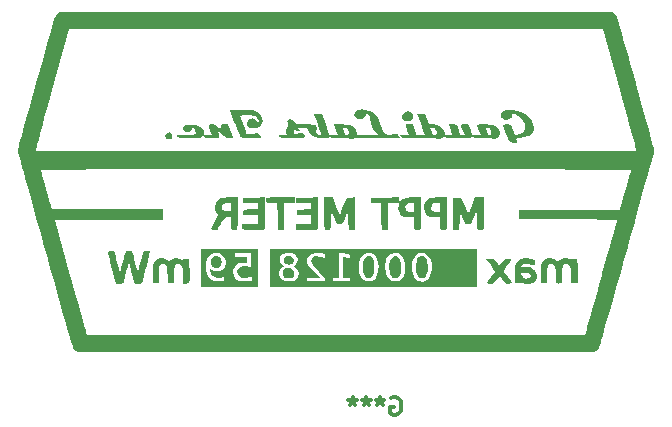
<source format=gbr>
%TF.GenerationSoftware,KiCad,Pcbnew,6.0.11-2627ca5db0~126~ubuntu22.04.1*%
%TF.CreationDate,2024-08-23T15:04:18+02:00*%
%TF.ProjectId,PowerMeTer,506f7765-724d-4655-9465-722e6b696361,rev?*%
%TF.SameCoordinates,Original*%
%TF.FileFunction,Legend,Bot*%
%TF.FilePolarity,Positive*%
%FSLAX46Y46*%
G04 Gerber Fmt 4.6, Leading zero omitted, Abs format (unit mm)*
G04 Created by KiCad (PCBNEW 6.0.11-2627ca5db0~126~ubuntu22.04.1) date 2024-08-23 15:04:18*
%MOMM*%
%LPD*%
G01*
G04 APERTURE LIST*
%ADD10C,0.300000*%
G04 APERTURE END LIST*
D10*
%TO.C,G\u002A\u002A\u002A*%
X104692571Y-70038000D02*
X104837714Y-69965428D01*
X105055428Y-69965428D01*
X105273142Y-70038000D01*
X105418285Y-70183142D01*
X105490857Y-70328285D01*
X105563428Y-70618571D01*
X105563428Y-70836285D01*
X105490857Y-71126571D01*
X105418285Y-71271714D01*
X105273142Y-71416857D01*
X105055428Y-71489428D01*
X104910285Y-71489428D01*
X104692571Y-71416857D01*
X104620000Y-71344285D01*
X104620000Y-70836285D01*
X104910285Y-70836285D01*
X103749142Y-69965428D02*
X103749142Y-70328285D01*
X104112000Y-70183142D02*
X103749142Y-70328285D01*
X103386285Y-70183142D01*
X103966857Y-70618571D02*
X103749142Y-70328285D01*
X103531428Y-70618571D01*
X102588000Y-69965428D02*
X102588000Y-70328285D01*
X102950857Y-70183142D02*
X102588000Y-70328285D01*
X102225142Y-70183142D01*
X102805714Y-70618571D02*
X102588000Y-70328285D01*
X102370285Y-70618571D01*
X101426857Y-69965428D02*
X101426857Y-70328285D01*
X101789714Y-70183142D02*
X101426857Y-70328285D01*
X101064000Y-70183142D01*
X101644571Y-70618571D02*
X101426857Y-70328285D01*
X101209142Y-70618571D01*
G36*
X102897117Y-58038120D02*
G01*
X103045462Y-58109477D01*
X103155221Y-58246988D01*
X103227750Y-58453628D01*
X103264407Y-58732373D01*
X103266548Y-59086200D01*
X103259562Y-59214004D01*
X103224180Y-59477370D01*
X103160498Y-59670074D01*
X103065297Y-59799774D01*
X102935359Y-59874129D01*
X102752121Y-59905546D01*
X102590242Y-59864308D01*
X102463131Y-59747135D01*
X102371512Y-59555078D01*
X102316110Y-59289184D01*
X102297649Y-58950505D01*
X102297852Y-58913972D01*
X102319712Y-58589667D01*
X102378264Y-58340406D01*
X102474405Y-58164481D01*
X102609033Y-58060180D01*
X102783046Y-58025793D01*
X102897117Y-58038120D01*
G37*
G36*
X91696389Y-54493391D02*
G01*
X91695359Y-54873992D01*
X91692597Y-55177989D01*
X91687834Y-55412347D01*
X91680802Y-55584032D01*
X91671232Y-55700009D01*
X91658857Y-55767243D01*
X91643406Y-55792701D01*
X91574348Y-55808027D01*
X91444228Y-55816602D01*
X91308774Y-55812355D01*
X91212233Y-55795046D01*
X91211881Y-55794909D01*
X91183472Y-55771291D01*
X91164241Y-55717513D01*
X91152543Y-55619922D01*
X91146730Y-55464868D01*
X91145159Y-55238697D01*
X91145159Y-54708087D01*
X90892324Y-54726376D01*
X90889879Y-54726554D01*
X90730055Y-54747139D01*
X90609179Y-54791124D01*
X90510114Y-54872528D01*
X90415723Y-55005369D01*
X90308869Y-55203667D01*
X90256096Y-55307857D01*
X90150071Y-55510084D01*
X90066762Y-55651056D01*
X89996632Y-55741692D01*
X89930147Y-55792912D01*
X89857770Y-55815636D01*
X89769965Y-55820784D01*
X89733063Y-55820484D01*
X89569286Y-55806601D01*
X89477579Y-55769705D01*
X89448999Y-55706613D01*
X89456878Y-55671230D01*
X89498653Y-55566064D01*
X89567921Y-55417624D01*
X89655072Y-55244306D01*
X89750498Y-55064508D01*
X89844590Y-54896626D01*
X89927738Y-54759056D01*
X89990335Y-54670197D01*
X90096020Y-54544596D01*
X90007755Y-54450643D01*
X89882583Y-54264814D01*
X89812588Y-54045842D01*
X89802394Y-53891402D01*
X90381887Y-53891402D01*
X90399732Y-54020453D01*
X90478230Y-54136522D01*
X90626209Y-54207340D01*
X90633249Y-54209262D01*
X90778545Y-54237687D01*
X90926570Y-54250174D01*
X91048844Y-54245781D01*
X91116890Y-54223567D01*
X91120051Y-54218326D01*
X91132816Y-54149518D01*
X91141777Y-54023572D01*
X91145159Y-53863133D01*
X91145159Y-53530968D01*
X90939466Y-53530968D01*
X90909317Y-53531206D01*
X90673736Y-53555946D01*
X90509451Y-53622838D01*
X90413241Y-53733963D01*
X90381887Y-53891402D01*
X89802394Y-53891402D01*
X89797316Y-53814459D01*
X89835735Y-53590784D01*
X89926813Y-53394935D01*
X90069516Y-53247032D01*
X90142384Y-53200146D01*
X90260243Y-53143520D01*
X90397396Y-53104570D01*
X90570170Y-53080372D01*
X90794889Y-53067998D01*
X91087881Y-53064524D01*
X91696411Y-53064524D01*
X91696411Y-54417919D01*
X91696389Y-54493391D01*
G37*
G36*
X94028631Y-54375208D02*
G01*
X94028614Y-54458901D01*
X94027927Y-54817147D01*
X94025922Y-55101386D01*
X94022167Y-55320573D01*
X94016230Y-55483663D01*
X94007677Y-55599610D01*
X93996075Y-55677370D01*
X93980993Y-55725899D01*
X93961996Y-55754150D01*
X93949936Y-55764421D01*
X93906669Y-55784994D01*
X93834597Y-55800024D01*
X93722522Y-55810313D01*
X93559246Y-55816667D01*
X93333572Y-55819889D01*
X93034300Y-55820784D01*
X92935323Y-55820772D01*
X92647623Y-55819650D01*
X92431804Y-55814403D01*
X92277860Y-55801821D01*
X92175786Y-55778692D01*
X92115574Y-55741805D01*
X92087219Y-55687950D01*
X92080716Y-55613915D01*
X92086057Y-55516489D01*
X92099249Y-55333138D01*
X92767112Y-55321461D01*
X93434975Y-55309783D01*
X93434975Y-54593335D01*
X92809516Y-54581601D01*
X92184057Y-54569866D01*
X92170865Y-54386515D01*
X92166413Y-54298025D01*
X92174646Y-54210341D01*
X92209565Y-54150302D01*
X92282792Y-54112688D01*
X92405948Y-54092283D01*
X92590655Y-54083866D01*
X92848535Y-54082220D01*
X93439022Y-54082220D01*
X93426398Y-53817195D01*
X93413773Y-53552170D01*
X92764935Y-53540453D01*
X92116096Y-53528736D01*
X92128875Y-53307231D01*
X92141653Y-53085726D01*
X93085142Y-53074314D01*
X94028631Y-53062901D01*
X94028631Y-54375208D01*
G37*
G36*
X113314972Y-58255295D02*
G01*
X113384276Y-58294867D01*
X113461784Y-58369203D01*
X113563284Y-58488071D01*
X113704567Y-58661236D01*
X113853458Y-58843346D01*
X114087745Y-58551180D01*
X114322032Y-58259015D01*
X114574334Y-58259015D01*
X114630238Y-58259437D01*
X114753070Y-58267562D01*
X114816843Y-58290079D01*
X114840742Y-58332264D01*
X114822114Y-58392184D01*
X114758259Y-58504388D01*
X114657845Y-58654244D01*
X114529675Y-58827734D01*
X114438256Y-58948931D01*
X114315687Y-59124878D01*
X114248146Y-59244719D01*
X114237296Y-59305737D01*
X114239467Y-59309245D01*
X114282739Y-59370327D01*
X114365552Y-59481857D01*
X114476932Y-59629190D01*
X114605903Y-59797677D01*
X114731036Y-59965782D01*
X114837962Y-60123241D01*
X114902368Y-60236676D01*
X114917890Y-60295924D01*
X114888076Y-60327529D01*
X114798582Y-60350894D01*
X114638849Y-60358013D01*
X114383633Y-60358013D01*
X114139271Y-60041867D01*
X114078204Y-59963980D01*
X113977723Y-59841126D01*
X113902502Y-59756091D01*
X113865423Y-59723837D01*
X113850241Y-59733507D01*
X113790492Y-59795634D01*
X113699861Y-59902705D01*
X113591132Y-60039983D01*
X113346327Y-60358013D01*
X113084503Y-60358013D01*
X112956636Y-60354151D01*
X112846055Y-60335168D01*
X112799732Y-60298213D01*
X112799373Y-60297100D01*
X112817578Y-60238679D01*
X112882054Y-60128121D01*
X112984912Y-59977770D01*
X113118262Y-59799966D01*
X113139971Y-59772042D01*
X113266894Y-59606608D01*
X113372901Y-59464876D01*
X113447450Y-59361134D01*
X113479997Y-59309673D01*
X113477860Y-59293805D01*
X113438383Y-59217461D01*
X113358437Y-59094117D01*
X113246702Y-58936771D01*
X113111859Y-58758421D01*
X112723464Y-58259015D01*
X113033560Y-58246171D01*
X113137819Y-58241380D01*
X113238082Y-58240722D01*
X113314972Y-58255295D01*
G37*
G36*
X105116827Y-58030898D02*
G01*
X105271797Y-58084206D01*
X105388187Y-58199121D01*
X105468377Y-58380162D01*
X105514746Y-58631843D01*
X105529674Y-58958681D01*
X105525061Y-59146285D01*
X105492357Y-59430197D01*
X105427190Y-59643151D01*
X105328280Y-59790433D01*
X105212354Y-59865033D01*
X105051731Y-59896784D01*
X104890923Y-59871988D01*
X104761615Y-59790636D01*
X104723123Y-59742935D01*
X104634018Y-59561825D01*
X104575174Y-59330005D01*
X104546828Y-59068661D01*
X104549219Y-58798980D01*
X104582584Y-58542146D01*
X104647162Y-58319346D01*
X104743192Y-58151767D01*
X104812434Y-58081133D01*
X104903958Y-58036740D01*
X105038168Y-58025793D01*
X105116827Y-58030898D01*
G37*
G36*
X82605479Y-57606311D02*
G01*
X82717771Y-57622826D01*
X82772280Y-57647252D01*
X82775418Y-57654071D01*
X82799158Y-57727262D01*
X82839302Y-57866208D01*
X82892264Y-58057986D01*
X82954458Y-58289670D01*
X83022298Y-58548337D01*
X83042351Y-58626086D01*
X83110797Y-58894988D01*
X83163715Y-59093893D01*
X83206056Y-59221386D01*
X83242771Y-59276051D01*
X83278811Y-59256473D01*
X83319125Y-59161237D01*
X83368664Y-58988927D01*
X83432378Y-58738130D01*
X83515219Y-58407429D01*
X83561233Y-58230582D01*
X83621026Y-58014355D01*
X83674420Y-57836048D01*
X83716916Y-57710501D01*
X83744016Y-57652556D01*
X83758734Y-57640672D01*
X83865239Y-57612169D01*
X84050990Y-57610152D01*
X84306483Y-57622955D01*
X83979456Y-58877334D01*
X83949157Y-58993569D01*
X83868043Y-59304923D01*
X83793831Y-59590042D01*
X83729421Y-59837761D01*
X83677717Y-60036914D01*
X83641618Y-60176336D01*
X83624029Y-60244863D01*
X83613783Y-60281639D01*
X83588942Y-60324747D01*
X83538184Y-60347537D01*
X83441880Y-60356471D01*
X83280401Y-60358013D01*
X82965172Y-60358013D01*
X82927544Y-60220200D01*
X82909367Y-60150679D01*
X82872946Y-60007307D01*
X82823888Y-59811865D01*
X82766268Y-59580589D01*
X82704157Y-59329716D01*
X82646111Y-59098924D01*
X82591375Y-58890005D01*
X82545723Y-58724798D01*
X82512730Y-58616222D01*
X82495969Y-58577192D01*
X82494420Y-58578433D01*
X82474452Y-58630620D01*
X82438165Y-58750594D01*
X82389043Y-58925979D01*
X82330570Y-59144396D01*
X82266228Y-59393469D01*
X82258098Y-59425418D01*
X82192730Y-59678205D01*
X82132494Y-59904353D01*
X82081223Y-60089946D01*
X82042751Y-60221069D01*
X82020913Y-60283806D01*
X82005321Y-60306768D01*
X81952132Y-60338145D01*
X81853372Y-60353773D01*
X81689567Y-60358013D01*
X81396224Y-60358013D01*
X81358183Y-60220200D01*
X81332824Y-60127891D01*
X81248694Y-59816038D01*
X81162879Y-59490354D01*
X81077994Y-59161479D01*
X80996658Y-58840055D01*
X80921486Y-58536724D01*
X80855094Y-58262127D01*
X80800100Y-58026906D01*
X80759119Y-57841702D01*
X80734768Y-57717157D01*
X80729663Y-57663911D01*
X80741742Y-57648263D01*
X80819228Y-57617237D01*
X80939032Y-57601850D01*
X81071256Y-57602627D01*
X81186003Y-57620089D01*
X81253378Y-57654758D01*
X81255363Y-57657831D01*
X81280576Y-57723940D01*
X81321746Y-57857077D01*
X81375011Y-58043770D01*
X81436514Y-58270545D01*
X81502393Y-58523931D01*
X81513888Y-58568912D01*
X81577801Y-58813547D01*
X81635446Y-59025371D01*
X81683287Y-59192006D01*
X81717794Y-59301078D01*
X81735431Y-59340208D01*
X81736417Y-59339744D01*
X81756134Y-59292649D01*
X81792298Y-59177118D01*
X81841314Y-59005684D01*
X81899585Y-58790881D01*
X81963515Y-58545242D01*
X81967126Y-58531104D01*
X82032210Y-58280328D01*
X82092452Y-58055290D01*
X82143925Y-57870124D01*
X82182706Y-57738969D01*
X82204869Y-57675960D01*
X82207016Y-57671987D01*
X82252619Y-57629453D01*
X82341349Y-57607799D01*
X82493731Y-57601753D01*
X82605479Y-57606311D01*
G37*
G36*
X95368894Y-53064524D02*
G01*
X96572872Y-53064524D01*
X96572872Y-53528099D01*
X96117029Y-53540134D01*
X95661186Y-53552170D01*
X95649851Y-54652625D01*
X95649527Y-54683467D01*
X95644545Y-55038500D01*
X95637843Y-55316023D01*
X95629041Y-55522798D01*
X95617761Y-55665590D01*
X95603622Y-55751164D01*
X95586245Y-55786283D01*
X95574444Y-55792108D01*
X95486110Y-55811613D01*
X95364358Y-55819486D01*
X95333790Y-55818971D01*
X95216390Y-55807690D01*
X95142470Y-55786283D01*
X95141003Y-55785214D01*
X95123890Y-55746439D01*
X95109986Y-55656687D01*
X95098910Y-55509193D01*
X95090285Y-55297195D01*
X95083729Y-55013927D01*
X95078864Y-54652625D01*
X95067529Y-53552170D01*
X94623811Y-53539985D01*
X94497903Y-53535925D01*
X94322813Y-53524488D01*
X94210915Y-53502639D01*
X94148181Y-53464097D01*
X94120582Y-53402582D01*
X94114089Y-53311815D01*
X94113345Y-53250173D01*
X94116736Y-53192373D01*
X94133248Y-53147987D01*
X94171841Y-53115248D01*
X94241476Y-53092391D01*
X94351113Y-53077650D01*
X94509713Y-53069258D01*
X94726236Y-53065451D01*
X95009643Y-53064461D01*
X95368894Y-53064524D01*
G37*
G36*
X101661353Y-54390118D02*
G01*
X101661032Y-54634215D01*
X101658879Y-54991927D01*
X101654510Y-55274294D01*
X101647705Y-55487296D01*
X101638243Y-55636911D01*
X101625904Y-55729120D01*
X101610468Y-55769900D01*
X101598731Y-55779122D01*
X101506978Y-55808543D01*
X101377494Y-55818897D01*
X101247072Y-55809424D01*
X101152504Y-55779364D01*
X101131805Y-55755422D01*
X101112858Y-55698224D01*
X101098058Y-55599042D01*
X101086322Y-55447170D01*
X101076563Y-55231903D01*
X101067696Y-54942534D01*
X101046494Y-54145826D01*
X100840634Y-54675876D01*
X100824592Y-54717002D01*
X100745826Y-54913847D01*
X100675737Y-55081169D01*
X100621435Y-55202368D01*
X100590031Y-55260845D01*
X100578838Y-55271306D01*
X100481543Y-55300713D01*
X100308245Y-55303249D01*
X100071202Y-55290734D01*
X99837980Y-54698186D01*
X99604758Y-54105637D01*
X99593194Y-54907021D01*
X99590380Y-55062023D01*
X99581541Y-55341783D01*
X99569066Y-55556522D01*
X99553403Y-55699654D01*
X99534997Y-55764595D01*
X99526684Y-55772624D01*
X99444654Y-55806880D01*
X99327408Y-55820784D01*
X99273494Y-55821500D01*
X99203667Y-55821601D01*
X99148738Y-55813021D01*
X99106929Y-55787301D01*
X99076464Y-55735984D01*
X99055563Y-55650613D01*
X99042449Y-55522729D01*
X99035344Y-55343875D01*
X99032470Y-55105593D01*
X99032049Y-54799426D01*
X99032304Y-54416915D01*
X99032304Y-53064524D01*
X99741239Y-53064524D01*
X100029539Y-53806954D01*
X100033816Y-53817960D01*
X100124841Y-54047555D01*
X100206330Y-54244773D01*
X100273168Y-54397878D01*
X100320239Y-54495131D01*
X100342427Y-54524796D01*
X100361437Y-54487305D01*
X100406919Y-54382009D01*
X100472767Y-54222450D01*
X100553581Y-54021733D01*
X100643962Y-53792967D01*
X100920908Y-53085726D01*
X101291130Y-53073474D01*
X101661353Y-53061222D01*
X101661353Y-54390118D01*
G37*
G36*
X113812640Y-47900169D02*
G01*
X113690887Y-48020494D01*
X113519801Y-48087979D01*
X113314050Y-48090896D01*
X113116280Y-48016020D01*
X113106490Y-48010073D01*
X113013846Y-47960741D01*
X112956010Y-47956754D01*
X112900921Y-47994977D01*
X112858837Y-48017442D01*
X112735022Y-48045091D01*
X112561456Y-48061640D01*
X112359412Y-48067273D01*
X112150164Y-48062178D01*
X111954986Y-48046541D01*
X111795153Y-48020547D01*
X111691936Y-47984385D01*
X111682486Y-47978658D01*
X111599064Y-47934419D01*
X111547247Y-47936389D01*
X111490517Y-47984608D01*
X111441407Y-48013958D01*
X111314440Y-48045702D01*
X111149157Y-48060791D01*
X110972827Y-48058673D01*
X110812718Y-48038799D01*
X110696100Y-48000620D01*
X110660589Y-47982096D01*
X110590658Y-47965650D01*
X110534057Y-48002123D01*
X110530158Y-48005707D01*
X110472772Y-48031582D01*
X110365299Y-48048620D01*
X110196223Y-48057988D01*
X109954026Y-48060851D01*
X109865469Y-48060711D01*
X109668256Y-48058060D01*
X109532199Y-48050123D01*
X109439883Y-48034409D01*
X109373896Y-48008427D01*
X109316825Y-47969686D01*
X109305311Y-47960894D01*
X109221670Y-47914567D01*
X109173293Y-47919139D01*
X109116994Y-47981127D01*
X108967957Y-48063301D01*
X108781996Y-48099322D01*
X108583286Y-48086042D01*
X108396002Y-48020316D01*
X108395469Y-48020031D01*
X108292578Y-47970841D01*
X108233276Y-47964813D01*
X108190018Y-47999114D01*
X108131200Y-48026398D01*
X108004610Y-48047796D01*
X107832320Y-48060648D01*
X107634463Y-48064979D01*
X107431170Y-48060815D01*
X107242575Y-48048181D01*
X107088810Y-48027103D01*
X106990006Y-47997605D01*
X106923745Y-47966203D01*
X106860970Y-47958793D01*
X106806761Y-47997866D01*
X106795969Y-48007098D01*
X106736568Y-48032893D01*
X106633399Y-48049438D01*
X106472825Y-48058251D01*
X106241210Y-48060851D01*
X106095565Y-48060518D01*
X105924477Y-48057237D01*
X105808405Y-48047810D01*
X105729139Y-48029079D01*
X105668468Y-47997885D01*
X105608179Y-47951072D01*
X105581428Y-47927740D01*
X105507431Y-47852141D01*
X105477713Y-47802658D01*
X105483473Y-47795752D01*
X105549296Y-47779533D01*
X105673048Y-47768253D01*
X105835185Y-47764023D01*
X106192657Y-47764023D01*
X106062642Y-47414190D01*
X105998717Y-47242931D01*
X105940219Y-47077563D01*
X105914667Y-46970515D01*
X105925521Y-46909188D01*
X105976243Y-46880983D01*
X106070292Y-46873300D01*
X106211128Y-46873539D01*
X106530389Y-46873539D01*
X106661609Y-47217169D01*
X106681965Y-47270884D01*
X106743222Y-47437515D01*
X106791695Y-47576596D01*
X106818332Y-47662411D01*
X106830994Y-47702688D01*
X106859312Y-47736806D01*
X106917906Y-47755164D01*
X107024952Y-47762618D01*
X107198623Y-47764023D01*
X107553410Y-47764023D01*
X107507920Y-47647412D01*
X107497796Y-47621371D01*
X107431052Y-47446563D01*
X107352976Y-47237997D01*
X107339742Y-47202170D01*
X108021524Y-47202170D01*
X108033338Y-47251993D01*
X108066721Y-47359228D01*
X108114174Y-47498998D01*
X108123822Y-47526353D01*
X108173961Y-47657347D01*
X108216097Y-47728164D01*
X108265446Y-47756657D01*
X108337224Y-47760675D01*
X108433451Y-47753942D01*
X108532070Y-47722431D01*
X108571315Y-47654931D01*
X108555741Y-47539627D01*
X108489905Y-47364701D01*
X108447398Y-47270290D01*
X108398496Y-47201187D01*
X108330428Y-47174674D01*
X108214278Y-47170367D01*
X108155986Y-47171868D01*
X108059734Y-47183258D01*
X108021524Y-47202170D01*
X107339742Y-47202170D01*
X107268692Y-47009823D01*
X107183322Y-46776194D01*
X107101987Y-46551263D01*
X107029810Y-46349180D01*
X106971913Y-46184099D01*
X106933419Y-46070171D01*
X106919449Y-46021548D01*
X106919491Y-46020765D01*
X106961770Y-46000676D01*
X107073947Y-45990615D01*
X107242002Y-45991872D01*
X107564556Y-46004257D01*
X107881588Y-46852337D01*
X108235532Y-46884756D01*
X108548753Y-46933382D01*
X108831007Y-47029008D01*
X109040530Y-47168138D01*
X109177383Y-47350814D01*
X109241628Y-47577078D01*
X109250403Y-47654931D01*
X109262699Y-47764023D01*
X109575215Y-47764023D01*
X109600213Y-47763972D01*
X109746005Y-47761381D01*
X109848814Y-47755657D01*
X109887730Y-47747880D01*
X109880734Y-47723665D01*
X109850220Y-47633558D01*
X109801049Y-47493747D01*
X109739316Y-47321736D01*
X109694584Y-47197186D01*
X109641061Y-47045038D01*
X109604461Y-46937007D01*
X109590902Y-46890854D01*
X109593213Y-46888465D01*
X109649177Y-46881212D01*
X109764676Y-46879001D01*
X109919353Y-46882356D01*
X110247804Y-46894741D01*
X110402666Y-47318781D01*
X110557527Y-47742821D01*
X110905085Y-47768883D01*
X110772553Y-47416620D01*
X110706366Y-47241423D01*
X110647484Y-47076746D01*
X110621784Y-46970140D01*
X110632624Y-46909061D01*
X110683363Y-46880964D01*
X110777362Y-46873304D01*
X110917977Y-46873539D01*
X111237244Y-46873539D01*
X111352794Y-47180968D01*
X111356962Y-47192052D01*
X111421481Y-47362208D01*
X111481299Y-47517733D01*
X111523953Y-47626210D01*
X111579563Y-47764023D01*
X112260221Y-47764023D01*
X112128585Y-47414190D01*
X112052317Y-47214414D01*
X112047146Y-47199732D01*
X112728790Y-47199732D01*
X112741074Y-47250790D01*
X112775317Y-47358914D01*
X112823819Y-47498998D01*
X112892417Y-47659343D01*
X112964440Y-47749220D01*
X113047369Y-47768303D01*
X113151263Y-47723490D01*
X113175280Y-47703818D01*
X113191425Y-47659468D01*
X113182832Y-47578181D01*
X113149355Y-47437912D01*
X113085416Y-47191569D01*
X112907107Y-47178530D01*
X112860743Y-47176321D01*
X112766349Y-47181519D01*
X112728790Y-47199732D01*
X112047146Y-47199732D01*
X111996934Y-47057164D01*
X111980596Y-46957079D01*
X112011201Y-46901417D01*
X112096646Y-46877434D01*
X112244828Y-46872389D01*
X112463643Y-46873539D01*
X112702802Y-46877280D01*
X113039478Y-46901144D01*
X113307487Y-46949234D01*
X113515386Y-47024081D01*
X113671732Y-47128214D01*
X113785084Y-47264163D01*
X113828708Y-47346135D01*
X113884028Y-47543092D01*
X113880267Y-47659468D01*
X113877846Y-47734402D01*
X113812640Y-47900169D01*
G37*
G36*
X85586472Y-58261131D02*
G01*
X85788596Y-58381960D01*
X85902290Y-58479755D01*
X86088953Y-58348183D01*
X86144477Y-58310414D01*
X86257066Y-58250757D01*
X86374785Y-58223899D01*
X86537182Y-58218388D01*
X86590852Y-58219760D01*
X86786923Y-58243373D01*
X86932427Y-58291546D01*
X87011764Y-58330238D01*
X87063673Y-58336889D01*
X87090111Y-58300370D01*
X87090514Y-58299373D01*
X87146234Y-58261574D01*
X87253512Y-58240860D01*
X87381353Y-58237979D01*
X87498762Y-58253676D01*
X87574741Y-58288698D01*
X87577060Y-58292134D01*
X87590478Y-58358830D01*
X87602187Y-58493072D01*
X87612000Y-58680012D01*
X87619731Y-58904803D01*
X87625194Y-59152596D01*
X87628202Y-59408544D01*
X87628568Y-59657800D01*
X87626106Y-59885515D01*
X87620630Y-60076841D01*
X87611952Y-60216932D01*
X87599888Y-60290939D01*
X87564009Y-60329674D01*
X87477527Y-60351628D01*
X87324262Y-60358013D01*
X87074374Y-60358013D01*
X87073908Y-59796160D01*
X87073847Y-59756892D01*
X87070709Y-59468322D01*
X87061440Y-59249702D01*
X87044013Y-59087823D01*
X87016396Y-58969472D01*
X86976561Y-58881440D01*
X86922477Y-58810516D01*
X86875656Y-58766365D01*
X86776233Y-58717475D01*
X86632649Y-58704257D01*
X86576498Y-58705377D01*
X86492486Y-58717439D01*
X86430007Y-58751353D01*
X86385362Y-58817613D01*
X86354849Y-58926710D01*
X86334769Y-59089135D01*
X86321420Y-59315383D01*
X86311102Y-59615943D01*
X86289900Y-60336811D01*
X85781052Y-60336811D01*
X85759850Y-59629808D01*
X85753668Y-59432443D01*
X85745349Y-59224021D01*
X85735328Y-59076306D01*
X85721487Y-58975348D01*
X85701705Y-58907198D01*
X85673865Y-58857909D01*
X85635847Y-58813531D01*
X85604440Y-58782701D01*
X85499054Y-58721212D01*
X85354812Y-58704257D01*
X85294079Y-58705284D01*
X85211750Y-58716172D01*
X85151059Y-58747786D01*
X85108200Y-58810806D01*
X85079369Y-58915909D01*
X85060759Y-59073775D01*
X85048565Y-59295083D01*
X85038982Y-59590511D01*
X85017780Y-60336811D01*
X84508932Y-60336811D01*
X84495602Y-59679549D01*
X84494723Y-59632787D01*
X84494517Y-59272488D01*
X84509815Y-58984730D01*
X84543783Y-58759277D01*
X84599584Y-58585895D01*
X84680384Y-58454349D01*
X84789348Y-58354402D01*
X84929639Y-58275821D01*
X85105155Y-58219491D01*
X85350833Y-58206007D01*
X85586472Y-58261131D01*
G37*
G36*
X103706329Y-47764023D02*
G01*
X103501460Y-47626210D01*
X103413945Y-47563764D01*
X103251581Y-47414663D01*
X103135422Y-47242420D01*
X103053762Y-47026724D01*
X102994894Y-46747261D01*
X102986852Y-46698937D01*
X102931082Y-46436673D01*
X102864088Y-46246328D01*
X102780945Y-46116914D01*
X102676727Y-46037444D01*
X102613367Y-46010682D01*
X102570159Y-46025256D01*
X102540934Y-46108040D01*
X102518708Y-46171220D01*
X102415330Y-46313328D01*
X102265748Y-46407817D01*
X102091237Y-46448364D01*
X101913073Y-46428647D01*
X101752531Y-46342343D01*
X101633271Y-46199933D01*
X101589496Y-46044978D01*
X101620964Y-45894096D01*
X101724635Y-45761566D01*
X101897468Y-45661666D01*
X101919520Y-45653385D01*
X102025970Y-45620615D01*
X102130529Y-45607474D01*
X102261628Y-45612557D01*
X102447693Y-45634457D01*
X102510567Y-45643499D01*
X102857038Y-45722980D01*
X103138652Y-45848429D01*
X103365057Y-46027131D01*
X103545900Y-46266375D01*
X103690831Y-46573448D01*
X103763970Y-46766795D01*
X103852862Y-47002503D01*
X103931911Y-47212771D01*
X104019431Y-47423558D01*
X104124306Y-47600622D01*
X104245296Y-47708203D01*
X104397243Y-47754006D01*
X104594987Y-47745735D01*
X104853371Y-47691094D01*
X105028245Y-47652323D01*
X105143248Y-47643224D01*
X105213805Y-47662913D01*
X105235252Y-47678942D01*
X105309678Y-47756322D01*
X105388963Y-47859030D01*
X105452009Y-47958139D01*
X105477713Y-48024718D01*
X105471063Y-48027898D01*
X105398808Y-48035517D01*
X105254218Y-48042477D01*
X105046206Y-48048592D01*
X104783687Y-48053675D01*
X104475578Y-48057537D01*
X104130792Y-48059991D01*
X103758245Y-48060851D01*
X103696597Y-48060845D01*
X103268950Y-48060333D01*
X102917161Y-48058800D01*
X102633313Y-48055968D01*
X102409491Y-48051559D01*
X102237776Y-48045297D01*
X102110254Y-48036904D01*
X102019007Y-48026101D01*
X101956118Y-48012611D01*
X101913671Y-47996156D01*
X101906251Y-47992231D01*
X101821838Y-47932926D01*
X101785217Y-47879545D01*
X101779678Y-47854104D01*
X101759322Y-47884111D01*
X101755877Y-47891094D01*
X101698242Y-47953124D01*
X101603655Y-48021766D01*
X101455307Y-48084249D01*
X101247471Y-48092922D01*
X101027753Y-48019703D01*
X101015128Y-48013294D01*
X100913590Y-47968112D01*
X100854969Y-47964067D01*
X100812230Y-47998501D01*
X100798164Y-48011514D01*
X100740688Y-48035284D01*
X100638405Y-48050430D01*
X100478018Y-48058412D01*
X100246227Y-48060693D01*
X100063080Y-48059440D01*
X99885667Y-48053080D01*
X99761461Y-48039332D01*
X99672611Y-48015986D01*
X99601268Y-47980832D01*
X99576677Y-47965903D01*
X99500084Y-47925757D01*
X99458214Y-47930778D01*
X99420691Y-47980991D01*
X99405580Y-47997742D01*
X99310137Y-48038493D01*
X99156478Y-48061118D01*
X98963271Y-48065754D01*
X98749181Y-48052536D01*
X98532877Y-48021599D01*
X98333025Y-47973079D01*
X98116710Y-47883280D01*
X97896439Y-47733158D01*
X97730501Y-47548785D01*
X97633985Y-47343747D01*
X97587299Y-47170367D01*
X96768255Y-47170367D01*
X96912104Y-47318781D01*
X97055952Y-47467195D01*
X96870756Y-47467195D01*
X96717559Y-47448925D01*
X96605425Y-47394674D01*
X96575505Y-47368913D01*
X96524537Y-47346298D01*
X96486124Y-47384073D01*
X96455036Y-47474268D01*
X96450959Y-47606206D01*
X96482961Y-47714814D01*
X96519934Y-47742406D01*
X96586622Y-47731099D01*
X96703783Y-47677328D01*
X96830696Y-47622381D01*
X97023358Y-47579862D01*
X97183759Y-47597015D01*
X97297978Y-47673919D01*
X97363341Y-47777659D01*
X97365976Y-47875417D01*
X97293740Y-47976043D01*
X97281663Y-47987587D01*
X97246057Y-48013181D01*
X97196208Y-48032022D01*
X97120356Y-48045137D01*
X97006739Y-48053551D01*
X96843598Y-48058291D01*
X96619172Y-48060382D01*
X96321701Y-48060851D01*
X95434470Y-48060851D01*
X95303891Y-47950976D01*
X95275420Y-47925546D01*
X95211225Y-47851140D01*
X95197130Y-47802562D01*
X95199349Y-47800045D01*
X95259410Y-47781801D01*
X95378260Y-47768910D01*
X95532793Y-47764023D01*
X95844637Y-47764023D01*
X95797825Y-47640005D01*
X95778676Y-47565408D01*
X95781025Y-47477196D01*
X95808969Y-47355184D01*
X95865788Y-47177034D01*
X95921898Y-47001631D01*
X95949809Y-46881833D01*
X95951962Y-46798457D01*
X95931470Y-46730335D01*
X95921883Y-46708063D01*
X95906515Y-46614779D01*
X95950869Y-46518058D01*
X96014338Y-46435583D01*
X96096522Y-46382707D01*
X96189635Y-46393263D01*
X96305832Y-46469550D01*
X96457267Y-46613869D01*
X96708244Y-46873539D01*
X97397502Y-46873539D01*
X97570432Y-46874261D01*
X97841651Y-46880572D01*
X98045651Y-46895373D01*
X98193881Y-46921065D01*
X98297790Y-46960046D01*
X98368824Y-47014715D01*
X98418434Y-47087470D01*
X98449266Y-47165987D01*
X98445562Y-47298625D01*
X98362744Y-47434597D01*
X98354524Y-47444389D01*
X98322024Y-47510240D01*
X98355500Y-47575206D01*
X98364400Y-47585350D01*
X98472430Y-47670088D01*
X98608125Y-47736908D01*
X98728449Y-47764023D01*
X98730654Y-47763995D01*
X98754484Y-47755901D01*
X98763731Y-47726753D01*
X98755732Y-47666876D01*
X98727826Y-47566593D01*
X98677349Y-47416228D01*
X98601640Y-47206104D01*
X98498037Y-46926544D01*
X98469055Y-46848632D01*
X98378713Y-46602773D01*
X98300716Y-46386036D01*
X98239478Y-46210971D01*
X98199411Y-46090128D01*
X98184928Y-46036060D01*
X98185048Y-46033405D01*
X98219443Y-46004459D01*
X98320851Y-45988163D01*
X98497888Y-45983055D01*
X98811552Y-45983055D01*
X99140316Y-46873539D01*
X99469081Y-47764023D01*
X100175079Y-47764023D01*
X100043443Y-47414190D01*
X100021291Y-47354721D01*
X99966574Y-47202170D01*
X100643227Y-47202170D01*
X100655041Y-47251993D01*
X100688424Y-47359228D01*
X100735877Y-47498998D01*
X100761675Y-47570011D01*
X100813957Y-47688117D01*
X100861910Y-47746366D01*
X100916523Y-47760675D01*
X100982198Y-47755456D01*
X101069369Y-47726243D01*
X101105653Y-47660839D01*
X101095288Y-47546064D01*
X101042508Y-47368739D01*
X101010818Y-47280383D01*
X100968839Y-47205188D01*
X100909935Y-47175554D01*
X100809286Y-47170367D01*
X100774926Y-47171060D01*
X100681103Y-47182050D01*
X100643227Y-47202170D01*
X99966574Y-47202170D01*
X99961299Y-47187462D01*
X99914710Y-47048661D01*
X99890136Y-46963632D01*
X99868465Y-46862907D01*
X100521086Y-46880689D01*
X100635297Y-46883896D01*
X100856453Y-46891686D01*
X101017101Y-46901823D01*
X101134381Y-46917041D01*
X101225430Y-46940076D01*
X101307388Y-46973662D01*
X101397392Y-47020535D01*
X101447933Y-47049583D01*
X101639107Y-47201597D01*
X101751684Y-47379935D01*
X101788565Y-47588811D01*
X101788565Y-47764023D01*
X103706329Y-47764023D01*
G37*
G36*
X96164645Y-58037541D02*
G01*
X96321991Y-58099114D01*
X96415049Y-58214821D01*
X96445660Y-58386227D01*
X96441153Y-58479493D01*
X96409355Y-58579917D01*
X96333931Y-58658775D01*
X96209937Y-58722839D01*
X96021620Y-58746661D01*
X95878595Y-58734913D01*
X95721248Y-58673339D01*
X95628190Y-58557632D01*
X95597580Y-58386227D01*
X95611401Y-58264655D01*
X95683840Y-58130911D01*
X95819966Y-58051811D01*
X96021620Y-58025793D01*
X96164645Y-58037541D01*
G37*
G36*
X107215962Y-54633756D02*
G01*
X107213815Y-54991605D01*
X107209450Y-55274083D01*
X107202647Y-55487171D01*
X107193183Y-55636849D01*
X107180839Y-55729099D01*
X107165393Y-55769900D01*
X107163115Y-55772063D01*
X107078813Y-55806598D01*
X106950230Y-55819280D01*
X106813470Y-55809559D01*
X106704642Y-55776888D01*
X106695949Y-55771970D01*
X106663081Y-55742438D01*
X106641740Y-55690839D01*
X106629501Y-55601493D01*
X106623937Y-55458720D01*
X106622621Y-55246838D01*
X106622621Y-54760684D01*
X106272788Y-54759753D01*
X106051457Y-54749262D01*
X105810602Y-54701347D01*
X105620859Y-54609636D01*
X105467045Y-54468642D01*
X105416718Y-54400931D01*
X105343964Y-54241485D01*
X105311946Y-54042267D01*
X105314732Y-53881091D01*
X105903132Y-53881091D01*
X105921246Y-54042022D01*
X105980895Y-54170561D01*
X106004421Y-54196777D01*
X106073124Y-54243150D01*
X106177199Y-54270321D01*
X106341329Y-54286209D01*
X106622621Y-54304120D01*
X106622621Y-53530968D01*
X106438131Y-53530968D01*
X106370200Y-53532987D01*
X106178825Y-53562361D01*
X106029636Y-53621164D01*
X105943262Y-53702257D01*
X105930042Y-53731170D01*
X105903132Y-53881091D01*
X105314732Y-53881091D01*
X105316412Y-53783940D01*
X105334711Y-53530968D01*
X104460017Y-53530968D01*
X104460017Y-54624991D01*
X104459137Y-54936607D01*
X104455605Y-55237845D01*
X104449113Y-55465623D01*
X104439386Y-55626112D01*
X104426151Y-55725480D01*
X104409132Y-55769900D01*
X104387485Y-55783944D01*
X104291800Y-55810319D01*
X104163189Y-55820784D01*
X104107370Y-55818801D01*
X103988183Y-55800720D01*
X103917246Y-55769900D01*
X103902859Y-55736809D01*
X103888988Y-55647252D01*
X103878677Y-55497606D01*
X103871651Y-55281700D01*
X103867638Y-54993364D01*
X103866361Y-54626426D01*
X103866361Y-53533837D01*
X103410518Y-53521802D01*
X102954675Y-53509766D01*
X102954675Y-53085726D01*
X104173790Y-53074475D01*
X105392905Y-53063223D01*
X105392905Y-53434972D01*
X105535314Y-53300663D01*
X105627614Y-53224150D01*
X105744546Y-53158143D01*
X105887273Y-53112380D01*
X106070466Y-53083658D01*
X106308798Y-53068774D01*
X106616940Y-53064524D01*
X107216277Y-53064524D01*
X107216277Y-54391769D01*
X107215962Y-54633756D01*
G37*
G36*
X106281371Y-45825904D02*
G01*
X106434886Y-45921597D01*
X106537375Y-46066804D01*
X106562366Y-46174934D01*
X106537300Y-46336630D01*
X106447839Y-46479899D01*
X106304591Y-46581295D01*
X106279491Y-46589481D01*
X106166806Y-46603911D01*
X106030341Y-46601661D01*
X105856047Y-46556216D01*
X105716376Y-46457780D01*
X105632776Y-46322083D01*
X105619472Y-46164268D01*
X105658259Y-46024126D01*
X105744778Y-45910744D01*
X105895545Y-45825668D01*
X105914681Y-45818156D01*
X106100184Y-45788499D01*
X106281371Y-45825904D01*
G37*
G36*
X115049902Y-45664637D02*
G01*
X115465492Y-45745777D01*
X115841068Y-45885216D01*
X116168115Y-46078703D01*
X116438118Y-46321988D01*
X116642561Y-46610819D01*
X116743590Y-46841847D01*
X116793587Y-47106305D01*
X116766136Y-47347427D01*
X116664524Y-47560761D01*
X116492038Y-47741853D01*
X116251965Y-47886252D01*
X115947592Y-47989506D01*
X115582205Y-48047161D01*
X115559346Y-48049120D01*
X115414240Y-48062943D01*
X115311827Y-48075079D01*
X115273039Y-48083097D01*
X115274276Y-48087981D01*
X115296132Y-48145908D01*
X115336645Y-48245129D01*
X115347200Y-48270998D01*
X115384978Y-48376200D01*
X115400251Y-48441125D01*
X115388841Y-48455604D01*
X115316249Y-48476564D01*
X115198832Y-48484733D01*
X115000086Y-48456753D01*
X114803987Y-48364045D01*
X114659106Y-48216628D01*
X114627788Y-48154730D01*
X114573976Y-48029249D01*
X114506141Y-47860431D01*
X114430817Y-47665704D01*
X114354538Y-47462496D01*
X114283837Y-47268233D01*
X114225247Y-47100343D01*
X114185301Y-46976255D01*
X114170534Y-46913395D01*
X114209175Y-46891906D01*
X114321932Y-46881033D01*
X114498551Y-46882356D01*
X114826567Y-46894741D01*
X114994389Y-47334318D01*
X115162210Y-47773896D01*
X115370131Y-47749271D01*
X115529462Y-47717770D01*
X115745765Y-47620308D01*
X115902472Y-47474602D01*
X115997202Y-47290385D01*
X116027579Y-47077393D01*
X115991224Y-46845360D01*
X115885758Y-46604020D01*
X115708804Y-46363107D01*
X115623022Y-46275590D01*
X115466287Y-46147688D01*
X115309064Y-46052358D01*
X115164278Y-45994182D01*
X115044856Y-45977742D01*
X114963723Y-46007619D01*
X114933807Y-46088396D01*
X114931766Y-46110181D01*
X114891462Y-46216473D01*
X114815820Y-46325787D01*
X114685954Y-46428493D01*
X114528947Y-46479360D01*
X114367589Y-46476665D01*
X114216663Y-46427867D01*
X114090953Y-46340422D01*
X114005240Y-46221788D01*
X113974310Y-46079422D01*
X114012945Y-45920782D01*
X114096492Y-45802163D01*
X114237111Y-45711640D01*
X114437457Y-45660362D01*
X114706993Y-45644559D01*
X115049902Y-45664637D01*
G37*
G36*
X98523456Y-54390958D02*
G01*
X98523138Y-54633982D01*
X98520988Y-54991763D01*
X98516621Y-55274187D01*
X98509817Y-55487232D01*
X98500354Y-55636880D01*
X98488012Y-55729109D01*
X98472571Y-55769900D01*
X98456173Y-55776963D01*
X98366519Y-55790587D01*
X98215291Y-55802176D01*
X98018269Y-55811509D01*
X97791231Y-55818364D01*
X97549958Y-55822520D01*
X97310230Y-55823754D01*
X97087825Y-55821845D01*
X96898524Y-55816572D01*
X96758105Y-55807713D01*
X96682350Y-55795046D01*
X96649282Y-55768825D01*
X96623039Y-55688146D01*
X96615276Y-55540622D01*
X96615276Y-55311936D01*
X97929800Y-55311936D01*
X97929800Y-54593397D01*
X97325543Y-54581631D01*
X96721286Y-54569866D01*
X96721286Y-54103422D01*
X97929800Y-54079892D01*
X97929800Y-53533177D01*
X97283139Y-53521472D01*
X96636478Y-53509766D01*
X96636478Y-53085726D01*
X97579967Y-53074314D01*
X98523456Y-53062901D01*
X98523456Y-54390958D01*
G37*
G36*
X86072162Y-47639889D02*
G01*
X86081390Y-47647417D01*
X86166437Y-47765612D01*
X86178069Y-47899678D01*
X86113712Y-48025709D01*
X86029748Y-48080897D01*
X85891524Y-48104904D01*
X85748035Y-48081051D01*
X85634290Y-48010451D01*
X85560947Y-47895662D01*
X85564924Y-47778767D01*
X85651913Y-47656086D01*
X85779677Y-47571102D01*
X85923086Y-47563405D01*
X86072162Y-47639889D01*
G37*
G36*
X126283210Y-51650583D02*
G01*
X126129475Y-52207314D01*
X125965183Y-52800857D01*
X125791659Y-53426479D01*
X125610227Y-54079449D01*
X125422212Y-54755032D01*
X125228938Y-55448497D01*
X125031731Y-56155110D01*
X124831916Y-56870139D01*
X124630815Y-57588851D01*
X124429756Y-58306513D01*
X124230061Y-59018392D01*
X124033057Y-59719756D01*
X123840067Y-60405871D01*
X123652417Y-61072006D01*
X123471430Y-61713427D01*
X123298433Y-62325402D01*
X123134749Y-62903197D01*
X122981703Y-63442080D01*
X122840619Y-63937318D01*
X122712824Y-64384179D01*
X122599641Y-64777929D01*
X122502394Y-65113836D01*
X122422410Y-65387167D01*
X122361012Y-65593189D01*
X122319525Y-65727170D01*
X122299274Y-65784376D01*
X122195465Y-65933399D01*
X122015294Y-66070603D01*
X121832321Y-66167362D01*
X78225276Y-66167362D01*
X78042302Y-66070603D01*
X77896964Y-65968509D01*
X77758334Y-65784376D01*
X77751634Y-65767601D01*
X77721337Y-65674073D01*
X77670421Y-65505976D01*
X77600212Y-65268043D01*
X77512035Y-64965005D01*
X77407213Y-64601596D01*
X77287071Y-64182547D01*
X77152935Y-63712592D01*
X77006128Y-63196463D01*
X76847975Y-62638893D01*
X76679801Y-62044613D01*
X76502930Y-61418357D01*
X76318688Y-60764856D01*
X76128397Y-60088844D01*
X75933384Y-59395053D01*
X75734972Y-58688216D01*
X75534487Y-57973064D01*
X75333252Y-57254330D01*
X75132593Y-56536748D01*
X74933833Y-55825048D01*
X74738299Y-55123965D01*
X74547313Y-54438230D01*
X74362201Y-53772576D01*
X74184288Y-53131735D01*
X74014897Y-52520440D01*
X73855354Y-51943423D01*
X73706982Y-51405417D01*
X73571108Y-50911155D01*
X73530847Y-50764107D01*
X75048356Y-50764107D01*
X75048643Y-50765060D01*
X75070847Y-50841854D01*
X75111315Y-50984862D01*
X75167114Y-51183522D01*
X75235310Y-51427269D01*
X75312968Y-51705539D01*
X75397155Y-52007767D01*
X75484937Y-52323391D01*
X75573380Y-52641845D01*
X75659549Y-52952565D01*
X75740511Y-53244987D01*
X75813332Y-53508548D01*
X75875078Y-53732682D01*
X75922814Y-53906826D01*
X75953608Y-54020416D01*
X75964524Y-54062888D01*
X75966981Y-54063514D01*
X76028147Y-54066056D01*
X76167431Y-54068492D01*
X76379446Y-54070802D01*
X76658803Y-54072962D01*
X77000114Y-54074951D01*
X77397991Y-54076747D01*
X77847044Y-54078327D01*
X78341886Y-54079670D01*
X78877128Y-54080752D01*
X79447381Y-54081553D01*
X80047258Y-54082050D01*
X80671369Y-54082220D01*
X85378214Y-54082220D01*
X85378214Y-54972326D01*
X80803957Y-54983116D01*
X76229701Y-54993906D01*
X77538786Y-59679549D01*
X77607831Y-59926688D01*
X77777489Y-60533964D01*
X77940726Y-61118279D01*
X78096052Y-61674295D01*
X78241976Y-62196674D01*
X78377007Y-62680078D01*
X78499653Y-63119169D01*
X78608425Y-63508609D01*
X78701831Y-63843060D01*
X78778379Y-64117183D01*
X78836580Y-64325641D01*
X78874941Y-64463095D01*
X78891972Y-64524207D01*
X78936074Y-64683222D01*
X121118215Y-64683222D01*
X121161458Y-64545409D01*
X121165194Y-64532856D01*
X121190194Y-64445302D01*
X121235870Y-64283354D01*
X121300737Y-64052335D01*
X121383308Y-63757568D01*
X121482096Y-63404373D01*
X121595615Y-62998075D01*
X121722377Y-62543995D01*
X121860897Y-62047456D01*
X122009688Y-61513780D01*
X122167262Y-60948290D01*
X122332134Y-60356307D01*
X122502817Y-59743155D01*
X122570430Y-59500211D01*
X122738423Y-58896626D01*
X122899699Y-58317243D01*
X123052801Y-57767287D01*
X123196273Y-57251987D01*
X123328659Y-56776571D01*
X123448503Y-56346265D01*
X123554349Y-55966298D01*
X123644741Y-55641897D01*
X123718222Y-55378290D01*
X123773338Y-55180705D01*
X123808632Y-55054368D01*
X123822647Y-55004507D01*
X123823464Y-55001031D01*
X123821425Y-54989200D01*
X123807773Y-54978764D01*
X123777630Y-54969635D01*
X123726114Y-54961726D01*
X123648347Y-54954950D01*
X123539449Y-54949221D01*
X123394539Y-54944450D01*
X123208739Y-54940552D01*
X122977169Y-54937438D01*
X122694949Y-54935022D01*
X122357198Y-54933216D01*
X121959039Y-54931934D01*
X121495590Y-54931089D01*
X120961972Y-54930593D01*
X120353305Y-54930359D01*
X119664711Y-54930300D01*
X115485059Y-54930300D01*
X115485059Y-54124624D01*
X123960741Y-54124624D01*
X123973901Y-54281319D01*
X123974307Y-54285238D01*
X123985136Y-54296624D01*
X124008965Y-54252869D01*
X124046992Y-54150126D01*
X124100413Y-53984549D01*
X124170427Y-53752291D01*
X124258231Y-53449505D01*
X124365021Y-53072344D01*
X124491996Y-52616962D01*
X124569481Y-52337698D01*
X124670166Y-51975392D01*
X124762521Y-51643716D01*
X124844163Y-51351188D01*
X124912712Y-51106325D01*
X124965786Y-50917645D01*
X125001003Y-50793666D01*
X125015982Y-50742905D01*
X125012480Y-50740806D01*
X124983113Y-50737086D01*
X124922575Y-50733540D01*
X124829138Y-50730165D01*
X124701071Y-50726956D01*
X124536644Y-50723911D01*
X124334126Y-50721024D01*
X124091787Y-50718294D01*
X123807896Y-50715715D01*
X123480725Y-50713285D01*
X123108542Y-50711000D01*
X122689617Y-50708855D01*
X122222219Y-50706848D01*
X121704619Y-50704975D01*
X121135086Y-50703232D01*
X120511891Y-50701615D01*
X119833301Y-50700120D01*
X119097589Y-50698745D01*
X118303022Y-50697485D01*
X117447871Y-50696337D01*
X116530406Y-50695296D01*
X115548896Y-50694360D01*
X114501611Y-50693525D01*
X113386821Y-50692787D01*
X112202795Y-50692142D01*
X110947804Y-50691586D01*
X109620116Y-50691117D01*
X108218002Y-50690729D01*
X106739732Y-50690421D01*
X105183574Y-50690187D01*
X103547799Y-50690025D01*
X101830677Y-50689930D01*
X100030478Y-50689900D01*
X98332969Y-50689907D01*
X96669850Y-50689933D01*
X95087581Y-50689985D01*
X93584157Y-50690068D01*
X92157571Y-50690189D01*
X90805817Y-50690352D01*
X89526889Y-50690564D01*
X88318782Y-50690832D01*
X87179489Y-50691160D01*
X86107004Y-50691555D01*
X85099321Y-50692024D01*
X84154434Y-50692571D01*
X83270337Y-50693203D01*
X82445025Y-50693926D01*
X81676490Y-50694745D01*
X80962728Y-50695668D01*
X80301731Y-50696698D01*
X79691495Y-50697844D01*
X79130012Y-50699110D01*
X78615277Y-50700503D01*
X78145284Y-50702028D01*
X77718027Y-50703692D01*
X77331500Y-50705500D01*
X76983696Y-50707458D01*
X76672610Y-50709573D01*
X76396236Y-50711850D01*
X76152568Y-50714295D01*
X75939599Y-50716915D01*
X75755324Y-50719714D01*
X75597737Y-50722700D01*
X75464831Y-50725878D01*
X75354601Y-50729254D01*
X75265040Y-50732834D01*
X75194143Y-50736624D01*
X75139903Y-50740630D01*
X75100315Y-50744858D01*
X75073372Y-50749313D01*
X75057069Y-50754003D01*
X75049398Y-50758932D01*
X75048356Y-50764107D01*
X73530847Y-50764107D01*
X73449054Y-50465368D01*
X73342147Y-50072790D01*
X73251710Y-49738153D01*
X73179067Y-49466188D01*
X73125545Y-49261630D01*
X73092505Y-49129367D01*
X74591595Y-49129367D01*
X74630384Y-49131444D01*
X74751253Y-49133569D01*
X74951427Y-49135619D01*
X75228076Y-49137594D01*
X75578369Y-49139495D01*
X75999478Y-49141320D01*
X76488573Y-49143070D01*
X77042825Y-49144746D01*
X77659403Y-49146346D01*
X78335479Y-49147872D01*
X79068223Y-49149323D01*
X79854805Y-49150700D01*
X80692397Y-49152001D01*
X81578167Y-49153228D01*
X82509288Y-49154380D01*
X83482928Y-49155457D01*
X84496260Y-49156459D01*
X85546453Y-49157387D01*
X86630677Y-49158240D01*
X87746104Y-49159019D01*
X88889904Y-49159722D01*
X90059247Y-49160351D01*
X91251303Y-49160906D01*
X92463244Y-49161386D01*
X93692240Y-49161791D01*
X94935460Y-49162122D01*
X96190077Y-49162378D01*
X97453259Y-49162559D01*
X98722178Y-49162666D01*
X99994004Y-49162699D01*
X101265908Y-49162657D01*
X102535059Y-49162540D01*
X103798630Y-49162349D01*
X105053789Y-49162084D01*
X106297708Y-49161744D01*
X107527556Y-49161329D01*
X108740505Y-49160840D01*
X109933726Y-49160277D01*
X111104387Y-49159640D01*
X112249660Y-49158928D01*
X113366716Y-49158141D01*
X114452725Y-49157281D01*
X115504857Y-49156346D01*
X116520283Y-49155336D01*
X117496173Y-49154253D01*
X118429698Y-49153095D01*
X119318028Y-49151863D01*
X120158334Y-49150556D01*
X120947786Y-49149176D01*
X121683555Y-49147721D01*
X122362811Y-49146192D01*
X122982725Y-49144588D01*
X123540467Y-49142911D01*
X124033208Y-49141159D01*
X124458118Y-49139334D01*
X124812367Y-49137434D01*
X125093126Y-49135460D01*
X125297567Y-49133412D01*
X125422858Y-49131290D01*
X125466170Y-49129093D01*
X125466202Y-49129033D01*
X125457378Y-49083691D01*
X125427004Y-48961677D01*
X125376426Y-48767911D01*
X125306987Y-48507314D01*
X125220034Y-48184805D01*
X125116910Y-47805306D01*
X124998960Y-47373737D01*
X124867530Y-46895019D01*
X124723963Y-46374072D01*
X124569605Y-45815816D01*
X124405801Y-45225173D01*
X124233894Y-44607063D01*
X124055231Y-43966405D01*
X122623116Y-38837980D01*
X77434339Y-38837980D01*
X76002464Y-43966679D01*
X76000140Y-43975004D01*
X75821587Y-44615421D01*
X75649805Y-45233224D01*
X75486137Y-45823493D01*
X75331929Y-46381308D01*
X75188525Y-46901748D01*
X75057270Y-47379894D01*
X74939508Y-47810825D01*
X74836585Y-48189620D01*
X74749843Y-48511361D01*
X74680629Y-48771126D01*
X74630287Y-48963996D01*
X74600161Y-49085049D01*
X74591595Y-49129367D01*
X73092505Y-49129367D01*
X73092466Y-49129210D01*
X73081156Y-49073661D01*
X73085079Y-49052471D01*
X73109169Y-48954353D01*
X73154066Y-48782161D01*
X73218460Y-48540675D01*
X73301040Y-48234670D01*
X73400497Y-47868926D01*
X73515520Y-47448218D01*
X73644799Y-46977327D01*
X73787023Y-46461028D01*
X73940884Y-45904099D01*
X74105070Y-45311319D01*
X74278272Y-44687464D01*
X74459178Y-44037313D01*
X74646480Y-43365643D01*
X74710753Y-43135484D01*
X74957439Y-42253760D01*
X75182391Y-41452533D01*
X75385926Y-40730704D01*
X75568364Y-40087171D01*
X75730023Y-39520835D01*
X75871220Y-39030596D01*
X75992275Y-38615352D01*
X76093504Y-38274004D01*
X76175227Y-38005451D01*
X76237761Y-37808593D01*
X76281425Y-37682329D01*
X76306538Y-37625560D01*
X76327168Y-37599461D01*
X76441609Y-37495177D01*
X76575188Y-37413436D01*
X76580472Y-37411138D01*
X76596010Y-37405555D01*
X76616435Y-37400249D01*
X76643851Y-37395214D01*
X76680360Y-37390443D01*
X76728066Y-37385928D01*
X76789072Y-37381663D01*
X76865480Y-37377640D01*
X76959395Y-37373852D01*
X77072920Y-37370292D01*
X77208157Y-37366954D01*
X77367209Y-37363829D01*
X77552181Y-37360912D01*
X77765175Y-37358194D01*
X78008294Y-37355669D01*
X78283641Y-37353330D01*
X78593321Y-37351169D01*
X78939435Y-37349180D01*
X79324087Y-37347356D01*
X79749380Y-37345689D01*
X80217418Y-37344172D01*
X80730303Y-37342798D01*
X81290139Y-37341561D01*
X81899029Y-37340453D01*
X82559076Y-37339466D01*
X83272383Y-37338595D01*
X84041054Y-37337832D01*
X84867191Y-37337169D01*
X85752899Y-37336600D01*
X86700279Y-37336117D01*
X87711436Y-37335715D01*
X88788471Y-37335384D01*
X89933490Y-37335119D01*
X91148594Y-37334912D01*
X92435887Y-37334757D01*
X93797473Y-37334646D01*
X95235453Y-37334571D01*
X96751932Y-37334527D01*
X98349013Y-37334506D01*
X100028798Y-37334500D01*
X100706320Y-37334501D01*
X102352990Y-37334512D01*
X103917790Y-37334541D01*
X105402825Y-37334597D01*
X106810197Y-37334685D01*
X108142010Y-37334813D01*
X109400366Y-37334988D01*
X110587369Y-37335217D01*
X111705122Y-37335507D01*
X112755728Y-37335866D01*
X113741290Y-37336299D01*
X114663912Y-37336815D01*
X115525697Y-37337421D01*
X116328747Y-37338123D01*
X117075167Y-37338928D01*
X117767059Y-37339844D01*
X118406526Y-37340878D01*
X118995672Y-37342037D01*
X119536600Y-37343327D01*
X120031412Y-37344757D01*
X120482213Y-37346333D01*
X120891105Y-37348062D01*
X121260192Y-37349951D01*
X121591576Y-37352007D01*
X121887361Y-37354238D01*
X122149651Y-37356650D01*
X122380547Y-37359250D01*
X122582154Y-37362047D01*
X122756575Y-37365046D01*
X122905912Y-37368254D01*
X123032270Y-37371680D01*
X123137750Y-37375329D01*
X123224457Y-37379210D01*
X123294493Y-37383328D01*
X123349962Y-37387692D01*
X123392967Y-37392308D01*
X123425611Y-37397183D01*
X123449997Y-37402325D01*
X123468229Y-37407740D01*
X123482409Y-37413436D01*
X123516334Y-37430410D01*
X123649616Y-37521722D01*
X123751026Y-37625513D01*
X123755343Y-37632795D01*
X123784878Y-37706132D01*
X123833083Y-37849368D01*
X123900271Y-38063592D01*
X123986758Y-38349892D01*
X124092858Y-38709355D01*
X124218887Y-39143071D01*
X124365158Y-39652127D01*
X124531986Y-40237611D01*
X124719687Y-40900612D01*
X124928575Y-41642218D01*
X125158965Y-42463516D01*
X125411171Y-43365597D01*
X125522060Y-43763049D01*
X125705771Y-44422649D01*
X125882315Y-45057923D01*
X126050380Y-45664094D01*
X126208659Y-46236384D01*
X126355839Y-46770015D01*
X126490611Y-47260209D01*
X126611664Y-47702187D01*
X126717689Y-48091173D01*
X126807375Y-48422388D01*
X126879412Y-48691054D01*
X126932490Y-48892394D01*
X126965298Y-49021629D01*
X126976527Y-49073981D01*
X126974065Y-49089916D01*
X126964871Y-49129033D01*
X126952477Y-49181767D01*
X126909734Y-49348294D01*
X126847161Y-49584762D01*
X126766083Y-49886439D01*
X126667824Y-50248593D01*
X126553709Y-50666490D01*
X126532744Y-50742905D01*
X126425063Y-51135397D01*
X126283210Y-51650583D01*
G37*
G36*
X88558514Y-60654841D02*
G01*
X88558514Y-58916277D01*
X89046161Y-58916277D01*
X89046710Y-59093845D01*
X89050795Y-59266481D01*
X89061731Y-59389939D01*
X89082808Y-59484413D01*
X89117318Y-59570097D01*
X89168552Y-59667187D01*
X89300371Y-59854445D01*
X89508041Y-60035338D01*
X89749238Y-60146971D01*
X89788795Y-60157271D01*
X90056600Y-60181576D01*
X90371286Y-60138957D01*
X90425298Y-60126317D01*
X90510815Y-60094761D01*
X90545182Y-60043405D01*
X90551503Y-59947734D01*
X90546161Y-59850456D01*
X90519535Y-59815330D01*
X90456094Y-59825389D01*
X90393999Y-59839094D01*
X90261174Y-59859080D01*
X90106261Y-59875675D01*
X89964401Y-59878207D01*
X89742579Y-59829724D01*
X89570543Y-59712616D01*
X89448486Y-59527041D01*
X89420331Y-59427604D01*
X91317058Y-59427604D01*
X91366166Y-59654380D01*
X91479543Y-59855945D01*
X91652023Y-60017576D01*
X91878438Y-60124549D01*
X91997269Y-60154122D01*
X92330644Y-60180834D01*
X92692905Y-60131251D01*
X92794284Y-60105970D01*
X92871389Y-60071998D01*
X92905122Y-60018067D01*
X92918086Y-59923301D01*
X92919761Y-59902585D01*
X92921219Y-59812554D01*
X92895481Y-59774871D01*
X92825168Y-59782083D01*
X92692905Y-59826740D01*
X92679580Y-59831385D01*
X92494574Y-59873231D01*
X92290944Y-59887499D01*
X92101545Y-59873940D01*
X91959230Y-59832304D01*
X91792763Y-59708813D01*
X91690070Y-59545248D01*
X91662632Y-59358133D01*
X91715205Y-59160562D01*
X91791881Y-59039351D01*
X91926283Y-58935558D01*
X92111311Y-58885401D01*
X92357808Y-58884214D01*
X92512160Y-58899410D01*
X92646030Y-58918667D01*
X92724708Y-58937315D01*
X92725181Y-58937509D01*
X92754310Y-58943381D01*
X92774591Y-58925156D01*
X92787609Y-58870692D01*
X92794946Y-58767848D01*
X92798187Y-58604484D01*
X92798915Y-58368457D01*
X92798915Y-57769160D01*
X92152254Y-57780865D01*
X91505593Y-57792571D01*
X91492305Y-57930384D01*
X91479018Y-58068197D01*
X92502087Y-58068197D01*
X92502087Y-58598247D01*
X92194658Y-58598247D01*
X92013673Y-58606857D01*
X91778823Y-58658265D01*
X91597048Y-58760779D01*
X91455777Y-58919872D01*
X91432307Y-58957314D01*
X91337382Y-59190341D01*
X91317058Y-59427604D01*
X89420331Y-59427604D01*
X89376602Y-59273160D01*
X89350585Y-59112834D01*
X89490017Y-59212119D01*
X89518499Y-59231096D01*
X89719386Y-59312400D01*
X89944869Y-59333379D01*
X90171168Y-59297339D01*
X90374503Y-59207584D01*
X90531094Y-59067420D01*
X90613391Y-58921117D01*
X90673051Y-58704276D01*
X90685659Y-58473038D01*
X90650246Y-58255043D01*
X90565841Y-58077936D01*
X90390811Y-57900869D01*
X90178148Y-57786207D01*
X89947763Y-57739921D01*
X89714190Y-57760652D01*
X89491967Y-57847039D01*
X89295628Y-57997723D01*
X89139710Y-58211344D01*
X89131275Y-58227369D01*
X89093814Y-58311236D01*
X89069130Y-58402789D01*
X89054664Y-58521300D01*
X89047860Y-58686039D01*
X89046161Y-58916277D01*
X88558514Y-58916277D01*
X88558514Y-57389733D01*
X93392571Y-57389733D01*
X93392571Y-60654841D01*
X88558514Y-60654841D01*
G37*
G36*
X109421056Y-54729498D02*
G01*
X109419948Y-55035769D01*
X109417478Y-55274000D01*
X109413165Y-55453128D01*
X109406525Y-55582088D01*
X109397079Y-55669818D01*
X109384343Y-55725253D01*
X109367837Y-55757329D01*
X109347079Y-55774984D01*
X109331070Y-55783109D01*
X109220011Y-55810953D01*
X109083611Y-55817772D01*
X108957802Y-55803958D01*
X108878514Y-55769900D01*
X108871534Y-55760401D01*
X108847267Y-55668131D01*
X108832570Y-55493966D01*
X108827630Y-55239850D01*
X108827630Y-54760684D01*
X108477797Y-54759753D01*
X108317116Y-54755381D01*
X108112559Y-54730541D01*
X107956593Y-54680979D01*
X107815225Y-54598654D01*
X107643016Y-54427786D01*
X107529645Y-54218197D01*
X107477893Y-53985953D01*
X107481776Y-53912604D01*
X108087487Y-53912604D01*
X108105928Y-54052134D01*
X108181044Y-54175349D01*
X108182916Y-54177208D01*
X108263274Y-54234009D01*
X108377591Y-54267916D01*
X108551115Y-54286513D01*
X108827630Y-54304120D01*
X108827630Y-53521088D01*
X108551115Y-53538695D01*
X108527727Y-53540326D01*
X108321268Y-53573820D01*
X108185233Y-53642065D01*
X108110384Y-53752511D01*
X108087487Y-53912604D01*
X107481776Y-53912604D01*
X107490538Y-53747121D01*
X107570360Y-53517768D01*
X107720137Y-53313959D01*
X107736354Y-53298026D01*
X107838459Y-53213085D01*
X107952359Y-53150978D01*
X108092610Y-53108399D01*
X108273769Y-53082041D01*
X108510390Y-53068597D01*
X108817029Y-53064760D01*
X109421286Y-53064524D01*
X109421286Y-54398143D01*
X109421056Y-54729498D01*
G37*
G36*
X107542540Y-58089328D02*
G01*
X107612705Y-58160440D01*
X107694796Y-58320610D01*
X107752214Y-58530888D01*
X107784717Y-58772765D01*
X107792063Y-59027734D01*
X107774009Y-59277287D01*
X107730314Y-59502917D01*
X107660735Y-59686114D01*
X107565031Y-59808373D01*
X107455098Y-59866741D01*
X107293531Y-59893637D01*
X107135782Y-59869869D01*
X107014474Y-59796160D01*
X106949882Y-59715070D01*
X106882111Y-59577545D01*
X106836506Y-59395608D01*
X106806661Y-59149320D01*
X106799356Y-59021848D01*
X106807620Y-58741878D01*
X106847493Y-58490082D01*
X106915376Y-58284474D01*
X107007672Y-58143066D01*
X107058971Y-58100505D01*
X107216809Y-58033855D01*
X107388721Y-58029052D01*
X107542540Y-58089328D01*
G37*
G36*
X118446021Y-58260971D02*
G01*
X118660765Y-58388869D01*
X118786017Y-58494261D01*
X118901546Y-58387193D01*
X118927883Y-58364318D01*
X119119230Y-58258144D01*
X119346143Y-58210788D01*
X119584601Y-58224514D01*
X119810584Y-58301583D01*
X119874636Y-58332125D01*
X119926454Y-58338916D01*
X119953216Y-58300370D01*
X119953619Y-58299373D01*
X120009339Y-58261574D01*
X120116617Y-58240860D01*
X120244458Y-58237979D01*
X120361867Y-58253676D01*
X120437847Y-58288698D01*
X120440169Y-58292124D01*
X120453682Y-58358868D01*
X120465436Y-58493176D01*
X120475250Y-58680203D01*
X120482944Y-58905104D01*
X120488336Y-59153033D01*
X120491246Y-59409147D01*
X120491493Y-59658600D01*
X120488897Y-59886546D01*
X120483277Y-60078141D01*
X120474452Y-60218540D01*
X120462241Y-60292897D01*
X120460133Y-60297984D01*
X120422627Y-60335818D01*
X120341705Y-60351515D01*
X120197216Y-60349370D01*
X119958681Y-60336811D01*
X119936874Y-59658347D01*
X119933344Y-59555347D01*
X119920700Y-59290519D01*
X119903153Y-59094183D01*
X119877868Y-58954031D01*
X119842015Y-58857759D01*
X119792762Y-58793062D01*
X119727275Y-58747633D01*
X119680031Y-58726404D01*
X119509514Y-58701433D01*
X119342901Y-58742904D01*
X119210516Y-58845099D01*
X119207782Y-58876943D01*
X119202490Y-58981267D01*
X119195492Y-59144838D01*
X119187373Y-59353911D01*
X119178713Y-59594741D01*
X119153005Y-60336811D01*
X118923797Y-60349857D01*
X118872891Y-60352002D01*
X118727973Y-60343317D01*
X118659421Y-60307453D01*
X118653302Y-60288037D01*
X118641742Y-60192851D01*
X118632381Y-60037019D01*
X118626057Y-59836835D01*
X118623605Y-59608595D01*
X118623320Y-59453903D01*
X118621400Y-59249798D01*
X118615799Y-59106336D01*
X118604346Y-59008307D01*
X118584872Y-58940501D01*
X118555205Y-58887709D01*
X118513176Y-58834722D01*
X118447427Y-58766078D01*
X118354362Y-58716498D01*
X118221540Y-58704257D01*
X118158267Y-58705320D01*
X118075380Y-58716249D01*
X118014341Y-58747883D01*
X117971298Y-58810905D01*
X117942402Y-58915996D01*
X117923802Y-59073839D01*
X117911647Y-59295117D01*
X117902087Y-59590511D01*
X117880885Y-60336811D01*
X117372037Y-60336811D01*
X117359707Y-59658347D01*
X117359701Y-59657988D01*
X117358976Y-59290965D01*
X117373725Y-58997587D01*
X117407156Y-58767593D01*
X117462479Y-58590720D01*
X117542901Y-58456707D01*
X117651633Y-58355289D01*
X117791882Y-58276207D01*
X117951089Y-58222788D01*
X118202577Y-58204718D01*
X118446021Y-58260971D01*
G37*
G36*
X94452671Y-60654841D02*
G01*
X94452671Y-59585151D01*
X95192284Y-59585151D01*
X95246137Y-59778441D01*
X95357189Y-59947518D01*
X95525027Y-60074345D01*
X95552417Y-60087131D01*
X95734597Y-60140397D01*
X95955866Y-60168811D01*
X96180178Y-60169580D01*
X96332279Y-60145993D01*
X97548164Y-60145993D01*
X98304369Y-60145993D01*
X98522841Y-60144797D01*
X98742126Y-60140875D01*
X98918969Y-60134716D01*
X99039248Y-60126830D01*
X99088843Y-60117724D01*
X99107236Y-60072651D01*
X99117112Y-59979274D01*
X99116296Y-59967007D01*
X99094126Y-59905733D01*
X99055860Y-59849165D01*
X99747799Y-59849165D01*
X99760344Y-59979274D01*
X99761087Y-59986978D01*
X99774374Y-60124791D01*
X100484641Y-60136417D01*
X101194908Y-60148044D01*
X101194908Y-59849165D01*
X100643656Y-59849165D01*
X100643656Y-58958681D01*
X101979383Y-58958681D01*
X101979387Y-58986915D01*
X101980451Y-59211726D01*
X101985430Y-59372618D01*
X101997265Y-59488481D01*
X102018896Y-59578208D01*
X102053265Y-59660691D01*
X102103312Y-59754821D01*
X102163024Y-59849392D01*
X102267432Y-59978303D01*
X102365414Y-60063901D01*
X102428472Y-60097291D01*
X102638726Y-60158491D01*
X102869152Y-60169637D01*
X103081887Y-60127374D01*
X103229794Y-60051969D01*
X103402019Y-59884724D01*
X103526125Y-59649323D01*
X103601418Y-59347222D01*
X103621474Y-59061526D01*
X104208792Y-59061526D01*
X104228574Y-59328044D01*
X104271592Y-59547167D01*
X104343482Y-59721855D01*
X104471570Y-59912634D01*
X104627389Y-60060579D01*
X104792823Y-60144916D01*
X104868583Y-60162797D01*
X105129360Y-60176369D01*
X105370625Y-60116048D01*
X105576373Y-59985098D01*
X105635163Y-59922023D01*
X105747630Y-59728988D01*
X105828202Y-59483441D01*
X105875572Y-59204043D01*
X105886036Y-58964367D01*
X106453005Y-58964367D01*
X106461950Y-59176257D01*
X106518495Y-59500406D01*
X106624998Y-59767160D01*
X106779023Y-59971217D01*
X106978133Y-60107273D01*
X107014622Y-60122575D01*
X107165965Y-60168181D01*
X107301085Y-60186535D01*
X107343615Y-60184799D01*
X107553516Y-60134578D01*
X107753876Y-60028111D01*
X107909041Y-59883186D01*
X107999053Y-59732175D01*
X108087653Y-59472568D01*
X108135291Y-59163501D01*
X108138516Y-58820948D01*
X108120695Y-58639730D01*
X108048304Y-58333223D01*
X107929587Y-58085451D01*
X107769134Y-57900971D01*
X107571532Y-57784340D01*
X107341372Y-57740115D01*
X107083240Y-57772854D01*
X107056643Y-57780567D01*
X106846796Y-57888717D01*
X106678710Y-58066463D01*
X106555184Y-58308513D01*
X106479016Y-58609579D01*
X106457031Y-58909451D01*
X106453005Y-58964367D01*
X105886036Y-58964367D01*
X105888434Y-58909451D01*
X105865480Y-58618323D01*
X105805406Y-58349319D01*
X105706902Y-58121096D01*
X105702612Y-58113853D01*
X105546770Y-57923864D01*
X105357271Y-57801653D01*
X105147691Y-57744926D01*
X104931602Y-57751391D01*
X104722579Y-57818754D01*
X104534196Y-57944720D01*
X104380026Y-58126996D01*
X104273643Y-58363289D01*
X104238695Y-58522922D01*
X104212185Y-58781768D01*
X104209782Y-58979883D01*
X104208792Y-59061526D01*
X103621474Y-59061526D01*
X103627206Y-58979883D01*
X103627159Y-58954443D01*
X103600321Y-58584228D01*
X103524959Y-58279069D01*
X103401930Y-58040656D01*
X103232087Y-57870679D01*
X103016284Y-57770831D01*
X102915388Y-57749667D01*
X102663682Y-57751459D01*
X102433494Y-57831911D01*
X102233480Y-57986974D01*
X102186237Y-58053103D01*
X102072293Y-58212596D01*
X102052323Y-58251638D01*
X102020075Y-58331696D01*
X101998903Y-58424393D01*
X101986561Y-58547766D01*
X101980803Y-58719850D01*
X101979383Y-58958681D01*
X100643656Y-58958681D01*
X100643656Y-58099762D01*
X100802671Y-58125256D01*
X100806985Y-58125949D01*
X100958088Y-58151848D01*
X101099499Y-58178380D01*
X101126407Y-58183677D01*
X101203416Y-58189961D01*
X101232687Y-58153433D01*
X101237312Y-58053103D01*
X101234174Y-57982663D01*
X101207704Y-57910819D01*
X101141903Y-57880143D01*
X100934963Y-57837905D01*
X100723388Y-57799341D01*
X100567064Y-57777962D01*
X100450751Y-57771369D01*
X100304424Y-57771369D01*
X100304424Y-59849165D01*
X99747799Y-59849165D01*
X99055860Y-59849165D01*
X99036538Y-59820601D01*
X98936644Y-59703374D01*
X98787559Y-59545814D01*
X98582393Y-59339681D01*
X98488553Y-59245923D01*
X98253983Y-58999966D01*
X98081976Y-58796010D01*
X97969176Y-58626631D01*
X97912227Y-58484406D01*
X97907773Y-58361913D01*
X97952457Y-58251727D01*
X98042924Y-58146425D01*
X98098134Y-58107279D01*
X98255623Y-58056555D01*
X98453301Y-58045576D01*
X98667777Y-58074432D01*
X98875662Y-58143213D01*
X99079454Y-58235143D01*
X99053506Y-57877379D01*
X98756678Y-57801151D01*
X98509189Y-57756743D01*
X98228838Y-57757901D01*
X97985163Y-57817360D01*
X97787302Y-57931241D01*
X97644391Y-58095666D01*
X97565567Y-58306757D01*
X97554855Y-58379057D01*
X97555074Y-58502175D01*
X97586326Y-58624038D01*
X97655179Y-58756055D01*
X97768201Y-58909635D01*
X97931960Y-59096187D01*
X98153026Y-59327118D01*
X98406319Y-59585455D01*
X98664880Y-59849165D01*
X97548164Y-59849165D01*
X97548164Y-60145993D01*
X96332279Y-60145993D01*
X96371486Y-60139913D01*
X96469119Y-60103546D01*
X96651847Y-59976095D01*
X96783648Y-59797438D01*
X96853564Y-59585455D01*
X96850640Y-59358025D01*
X96833736Y-59298853D01*
X96763972Y-59166202D01*
X96664908Y-59042788D01*
X96556949Y-58951723D01*
X96460501Y-58916118D01*
X96434333Y-58912914D01*
X96439141Y-58887838D01*
X96517563Y-58833335D01*
X96664176Y-58715969D01*
X96761345Y-58551225D01*
X96791959Y-58339516D01*
X96769546Y-58169876D01*
X96677948Y-57991819D01*
X96519813Y-57860456D01*
X96299563Y-57779162D01*
X96021620Y-57751314D01*
X95794003Y-57769998D01*
X95562245Y-57841901D01*
X95389461Y-57963626D01*
X95281500Y-58130751D01*
X95244213Y-58338856D01*
X95264266Y-58502859D01*
X95353378Y-58686923D01*
X95510768Y-58822465D01*
X95628700Y-58890149D01*
X95499543Y-58956218D01*
X95378027Y-59040385D01*
X95257818Y-59198085D01*
X95196041Y-59385687D01*
X95192284Y-59585151D01*
X94452671Y-59585151D01*
X94452671Y-57389733D01*
X111923122Y-57389733D01*
X111923122Y-60654841D01*
X94452671Y-60654841D01*
G37*
G36*
X116957689Y-60050946D02*
G01*
X116831657Y-60220830D01*
X116653271Y-60340772D01*
X116628242Y-60350592D01*
X116457891Y-60386777D01*
X116251565Y-60396354D01*
X116046676Y-60379530D01*
X115880639Y-60336512D01*
X115859474Y-60327925D01*
X115744018Y-60297343D01*
X115673424Y-60317645D01*
X115637498Y-60333308D01*
X115530911Y-60349088D01*
X115393092Y-60349748D01*
X115167029Y-60336811D01*
X115167029Y-59559855D01*
X115167226Y-59464401D01*
X115697079Y-59464401D01*
X115704481Y-59517779D01*
X115753624Y-59647044D01*
X115830646Y-59775949D01*
X115914055Y-59864825D01*
X115947718Y-59885525D01*
X116087364Y-59929359D01*
X116235254Y-59927299D01*
X116368824Y-59885414D01*
X116465512Y-59809775D01*
X116502755Y-59706451D01*
X116499886Y-59651114D01*
X116467190Y-59552509D01*
X116387983Y-59488018D01*
X116249776Y-59450228D01*
X116040084Y-59431722D01*
X116024232Y-59431025D01*
X115838916Y-59428156D01*
X115731647Y-59439112D01*
X115697079Y-59464401D01*
X115167226Y-59464401D01*
X115167587Y-59289932D01*
X115170293Y-59089677D01*
X115176763Y-58944590D01*
X115188611Y-58840169D01*
X115207454Y-58761913D01*
X115234906Y-58695321D01*
X115272583Y-58625892D01*
X115283222Y-58607873D01*
X115445554Y-58419336D01*
X115663200Y-58288717D01*
X115927995Y-58218283D01*
X116231771Y-58210299D01*
X116566361Y-58267030D01*
X116863189Y-58343823D01*
X116876355Y-58551158D01*
X116877830Y-58576692D01*
X116874442Y-58724191D01*
X116838231Y-58799796D01*
X116758966Y-58812524D01*
X116626415Y-58771389D01*
X116548990Y-58745457D01*
X116366481Y-58709168D01*
X116173638Y-58695230D01*
X116000791Y-58704932D01*
X115878268Y-58739566D01*
X115812125Y-58787711D01*
X115738963Y-58874845D01*
X115728733Y-58895012D01*
X115721948Y-58930434D01*
X115753773Y-58949490D01*
X115839605Y-58957224D01*
X115994839Y-58958681D01*
X116137733Y-58961824D01*
X116414896Y-58994018D01*
X116635466Y-59064291D01*
X116814635Y-59176683D01*
X116886331Y-59246671D01*
X116995687Y-59428981D01*
X117042301Y-59636287D01*
X117037855Y-59706451D01*
X117028769Y-59849853D01*
X116957689Y-60050946D01*
G37*
G36*
X89904600Y-58026826D02*
G01*
X90036817Y-58041976D01*
X90129811Y-58069454D01*
X90172058Y-58098399D01*
X90264345Y-58220739D01*
X90321895Y-58387171D01*
X90340978Y-58571883D01*
X90317863Y-58749060D01*
X90248818Y-58892889D01*
X90247152Y-58894994D01*
X90157396Y-58985830D01*
X90068601Y-59044334D01*
X89928309Y-59079863D01*
X89751102Y-59062470D01*
X89600104Y-58979088D01*
X89486826Y-58840433D01*
X89422780Y-58657218D01*
X89419476Y-58440157D01*
X89442580Y-58336767D01*
X89534079Y-58170588D01*
X89677592Y-58063638D01*
X89862558Y-58025793D01*
X89904600Y-58026826D01*
G37*
G36*
X112559182Y-54376019D02*
G01*
X112559165Y-54458544D01*
X112558481Y-54816892D01*
X112556478Y-55101210D01*
X112552726Y-55320457D01*
X112546790Y-55483591D01*
X112538237Y-55599569D01*
X112526635Y-55677350D01*
X112511549Y-55725891D01*
X112492547Y-55754150D01*
X112461076Y-55776467D01*
X112351436Y-55810073D01*
X112216941Y-55819808D01*
X112092766Y-55804905D01*
X112014085Y-55764595D01*
X112005063Y-55744050D01*
X111987882Y-55641341D01*
X111973657Y-55463652D01*
X111962841Y-55217636D01*
X111955888Y-54909943D01*
X111944324Y-54111481D01*
X111711102Y-54701108D01*
X111477880Y-55290734D01*
X111249204Y-55303761D01*
X111162625Y-55305406D01*
X111041015Y-55294579D01*
X110973578Y-55269993D01*
X110966124Y-55259982D01*
X110925811Y-55182611D01*
X110864406Y-55046897D01*
X110788840Y-54868557D01*
X110706045Y-54663310D01*
X110485463Y-54103422D01*
X110483424Y-54918207D01*
X110483376Y-54937204D01*
X110482094Y-55215522D01*
X110479155Y-55421474D01*
X110473410Y-55566808D01*
X110463708Y-55663270D01*
X110448900Y-55722607D01*
X110427836Y-55756564D01*
X110399366Y-55776888D01*
X110387816Y-55782594D01*
X110272389Y-55812698D01*
X110135323Y-55818709D01*
X110011225Y-55801686D01*
X109934705Y-55762687D01*
X109932130Y-55758835D01*
X109917848Y-55700694D01*
X109907152Y-55581117D01*
X109899917Y-55395438D01*
X109896015Y-55138994D01*
X109895322Y-54807122D01*
X109897710Y-54395157D01*
X109908932Y-53085726D01*
X110628662Y-53085726D01*
X110921437Y-53822441D01*
X110990342Y-53993334D01*
X111089814Y-54228437D01*
X111166778Y-54393711D01*
X111219574Y-54485689D01*
X111246539Y-54500905D01*
X111264627Y-54460738D01*
X111310052Y-54350293D01*
X111375551Y-54186159D01*
X111455473Y-53982528D01*
X111544167Y-53753589D01*
X111809469Y-53064524D01*
X112559182Y-53064524D01*
X112559182Y-54376019D01*
G37*
G36*
X89601178Y-46873362D02*
G01*
X89801896Y-46969249D01*
X90046260Y-47133182D01*
X90141737Y-47203324D01*
X90265540Y-47291932D01*
X90350397Y-47349610D01*
X90381887Y-47366340D01*
X90379169Y-47354108D01*
X90356480Y-47281803D01*
X90318281Y-47170367D01*
X90271546Y-47029484D01*
X90260208Y-46940159D01*
X90298058Y-46893771D01*
X90396968Y-46876253D01*
X90568812Y-46873539D01*
X90882949Y-46873539D01*
X90967031Y-47117362D01*
X90975020Y-47140413D01*
X91035187Y-47310103D01*
X91108848Y-47513317D01*
X91181878Y-47711018D01*
X91312642Y-48060851D01*
X91104449Y-48060851D01*
X91044330Y-48060169D01*
X90917499Y-48049677D01*
X90805476Y-48019413D01*
X90688609Y-47960353D01*
X90547246Y-47863468D01*
X90361734Y-47719735D01*
X90260118Y-47641483D01*
X90147587Y-47562859D01*
X90078203Y-47525282D01*
X90062879Y-47535481D01*
X90134051Y-47735121D01*
X90158990Y-47894829D01*
X90130163Y-47993992D01*
X90070381Y-48024286D01*
X89941915Y-48048633D01*
X89768166Y-48063049D01*
X89569673Y-48067617D01*
X89366971Y-48062422D01*
X89180598Y-48047549D01*
X89031090Y-48023080D01*
X88938985Y-47989102D01*
X88860209Y-47930376D01*
X88811221Y-47884362D01*
X88784022Y-47880039D01*
X88699066Y-47903957D01*
X88581413Y-47956111D01*
X88580528Y-47956559D01*
X88503005Y-47993687D01*
X88429262Y-48020778D01*
X88344534Y-48039409D01*
X88234058Y-48051154D01*
X88083068Y-48057593D01*
X87876800Y-48060299D01*
X87600491Y-48060851D01*
X87490861Y-48060834D01*
X87244894Y-48060112D01*
X87065408Y-48057115D01*
X86938997Y-48050217D01*
X86852256Y-48037791D01*
X86791778Y-48018209D01*
X86744159Y-47989845D01*
X86695992Y-47951072D01*
X86669241Y-47927740D01*
X86595244Y-47852141D01*
X86565526Y-47802658D01*
X86593005Y-47791991D01*
X86693673Y-47780618D01*
X86856412Y-47771624D01*
X87068745Y-47765659D01*
X87318197Y-47763374D01*
X87529841Y-47761600D01*
X87755585Y-47755874D01*
X87941628Y-47746930D01*
X88072936Y-47735522D01*
X88134474Y-47722406D01*
X88161211Y-47672135D01*
X88156260Y-47569380D01*
X88121194Y-47443327D01*
X88065496Y-47319241D01*
X87998648Y-47222383D01*
X87930133Y-47178019D01*
X87867273Y-47181279D01*
X87837646Y-47234286D01*
X87836560Y-47249208D01*
X87789672Y-47348372D01*
X87692835Y-47446696D01*
X87572723Y-47521975D01*
X87456010Y-47552003D01*
X87447905Y-47551829D01*
X87324025Y-47515749D01*
X87202904Y-47432789D01*
X87110900Y-47325991D01*
X87074374Y-47218398D01*
X87074918Y-47208942D01*
X87108093Y-47115862D01*
X87176888Y-47013717D01*
X87198587Y-46988963D01*
X87246446Y-46943928D01*
X87303325Y-46916169D01*
X87388168Y-46901521D01*
X87519924Y-46895821D01*
X87717539Y-46894906D01*
X87862997Y-46897290D01*
X88144701Y-46921874D01*
X88365692Y-46976719D01*
X88540371Y-47066302D01*
X88683138Y-47195099D01*
X88766038Y-47303106D01*
X88843457Y-47479821D01*
X88844814Y-47658797D01*
X88837990Y-47703232D01*
X88847553Y-47738233D01*
X88892478Y-47756296D01*
X88989246Y-47763025D01*
X89154341Y-47764023D01*
X89483983Y-47764023D01*
X89360481Y-47443292D01*
X89316658Y-47325312D01*
X89259670Y-47140403D01*
X89242172Y-47011553D01*
X89263347Y-46926560D01*
X89322381Y-46873221D01*
X89439458Y-46843854D01*
X89601178Y-46873362D01*
G37*
G36*
X92042110Y-45652015D02*
G01*
X92275205Y-45656245D01*
X92553823Y-45663231D01*
X92767141Y-45671944D01*
X92926761Y-45683290D01*
X93044287Y-45698171D01*
X93131322Y-45717492D01*
X93199471Y-45742156D01*
X93467227Y-45895360D01*
X93660426Y-46084818D01*
X93777313Y-46308475D01*
X93816453Y-46564421D01*
X93790554Y-46760688D01*
X93695851Y-46951331D01*
X93536165Y-47092684D01*
X93316194Y-47180826D01*
X93040632Y-47211840D01*
X92969899Y-47210546D01*
X92742848Y-47175980D01*
X92583831Y-47092998D01*
X92490294Y-46959675D01*
X92459683Y-46774086D01*
X92467529Y-46709638D01*
X92538140Y-46569817D01*
X92667074Y-46455981D01*
X92835911Y-46387081D01*
X92888045Y-46380395D01*
X93054003Y-46404394D01*
X93213709Y-46480834D01*
X93330544Y-46594371D01*
X93363714Y-46641184D01*
X93426505Y-46696910D01*
X93464223Y-46671831D01*
X93476031Y-46566110D01*
X93474991Y-46534716D01*
X93446436Y-46408666D01*
X93367372Y-46304780D01*
X93222205Y-46200601D01*
X93182371Y-46177836D01*
X93111821Y-46148038D01*
X93024449Y-46128494D01*
X92903264Y-46117109D01*
X92731273Y-46111785D01*
X92491486Y-46110425D01*
X92423549Y-46110643D01*
X92221147Y-46114329D01*
X92057621Y-46121877D01*
X91948280Y-46132381D01*
X91908431Y-46144935D01*
X91911963Y-46161707D01*
X91938931Y-46247102D01*
X91987779Y-46388669D01*
X92052911Y-46571292D01*
X92128731Y-46779852D01*
X92209647Y-46999233D01*
X92290061Y-47214316D01*
X92364380Y-47409985D01*
X92427008Y-47571122D01*
X92472351Y-47682609D01*
X92494813Y-47729329D01*
X92530190Y-47735033D01*
X92635191Y-47730723D01*
X92790593Y-47715176D01*
X92977965Y-47689897D01*
X93089635Y-47673256D01*
X93254817Y-47650723D01*
X93362997Y-47642024D01*
X93431918Y-47647595D01*
X93479323Y-47667871D01*
X93522957Y-47703289D01*
X93572908Y-47757052D01*
X93647611Y-47860223D01*
X93707362Y-47964582D01*
X93731803Y-48037543D01*
X93706143Y-48043691D01*
X93608413Y-48050533D01*
X93450571Y-48055969D01*
X93246373Y-48059557D01*
X93009573Y-48060851D01*
X92770738Y-48059612D01*
X92520252Y-48052763D01*
X92330833Y-48037445D01*
X92189019Y-48010896D01*
X92081352Y-47970356D01*
X91994370Y-47913064D01*
X91914614Y-47836259D01*
X91912222Y-47833441D01*
X91872698Y-47763313D01*
X91809896Y-47627629D01*
X91728933Y-47439321D01*
X91634923Y-47211323D01*
X91532980Y-46956569D01*
X91428220Y-46687993D01*
X91325758Y-46418529D01*
X91230707Y-46161109D01*
X91148183Y-45928667D01*
X91083301Y-45734138D01*
X91052083Y-45635781D01*
X92042110Y-45652015D01*
G37*
G36*
X96037133Y-59043620D02*
G01*
X96245907Y-59077724D01*
X96397680Y-59170220D01*
X96487820Y-59318377D01*
X96501147Y-59368754D01*
X96504758Y-59545277D01*
X96450974Y-59708491D01*
X96348171Y-59827832D01*
X96319418Y-59843789D01*
X96191449Y-59878612D01*
X96021620Y-59891569D01*
X95906185Y-59886623D01*
X95739540Y-59846770D01*
X95627564Y-59759480D01*
X95555132Y-59615812D01*
X95527703Y-59470282D01*
X95557245Y-59298944D01*
X95654985Y-59163862D01*
X95812563Y-59075291D01*
X96021620Y-59043489D01*
X96037133Y-59043620D01*
G37*
%TD*%
M02*

</source>
